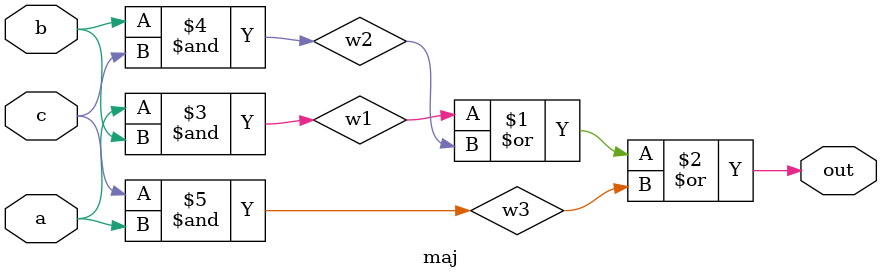
<source format=v>


//majority function

module maj (out, a, b, c);

   output  out;
   input   a;
   input   b;
   input   c;

   or (out, w1, w2, w3);
   and (w1, a, b);
   and (w2, b, c);
   and (w3, c, a);

endmodule

</source>
